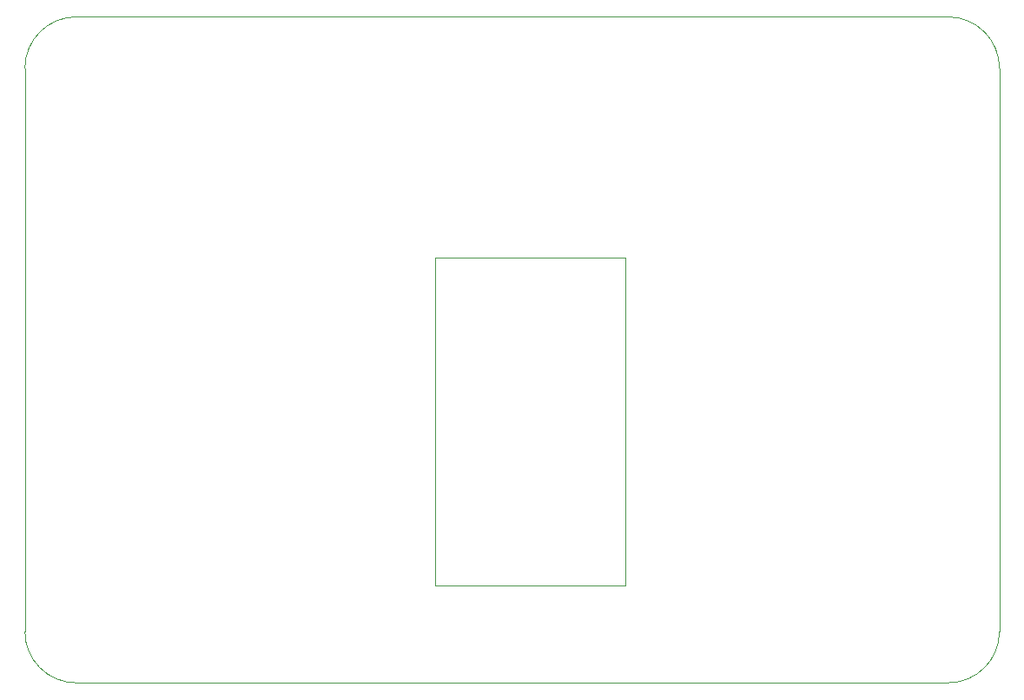
<source format=gbr>
%TF.GenerationSoftware,KiCad,Pcbnew,7.0.9*%
%TF.CreationDate,2024-01-23T23:33:07-05:00*%
%TF.ProjectId,Drive,44726976-652e-46b6-9963-61645f706362,rev?*%
%TF.SameCoordinates,Original*%
%TF.FileFunction,Profile,NP*%
%FSLAX46Y46*%
G04 Gerber Fmt 4.6, Leading zero omitted, Abs format (unit mm)*
G04 Created by KiCad (PCBNEW 7.0.9) date 2024-01-23 23:33:07*
%MOMM*%
%LPD*%
G01*
G04 APERTURE LIST*
%TA.AperFunction,Profile*%
%ADD10C,0.100000*%
%TD*%
G04 APERTURE END LIST*
D10*
X90000000Y-50000000D02*
X175000000Y-50000000D01*
X180000000Y-55000000D02*
X180000000Y-110000000D01*
X175000000Y-115000000D02*
G75*
G03*
X180000000Y-110000000I0J5000000D01*
G01*
X180000000Y-55000000D02*
G75*
G03*
X175000000Y-50000000I-5000000J0D01*
G01*
X125000000Y-73500000D02*
X125000000Y-105500000D01*
X85000000Y-110000000D02*
X85000000Y-55000000D01*
X90000000Y-50000000D02*
G75*
G03*
X85000000Y-55000000I0J-5000000D01*
G01*
X143500000Y-73500000D02*
X125000000Y-73500000D01*
X143500000Y-105500000D02*
X143500000Y-73500000D01*
X85000000Y-110000000D02*
G75*
G03*
X90000000Y-115000000I5000000J0D01*
G01*
X125000000Y-105500000D02*
X143500000Y-105500000D01*
X175000000Y-115000000D02*
X90000000Y-115000000D01*
M02*

</source>
